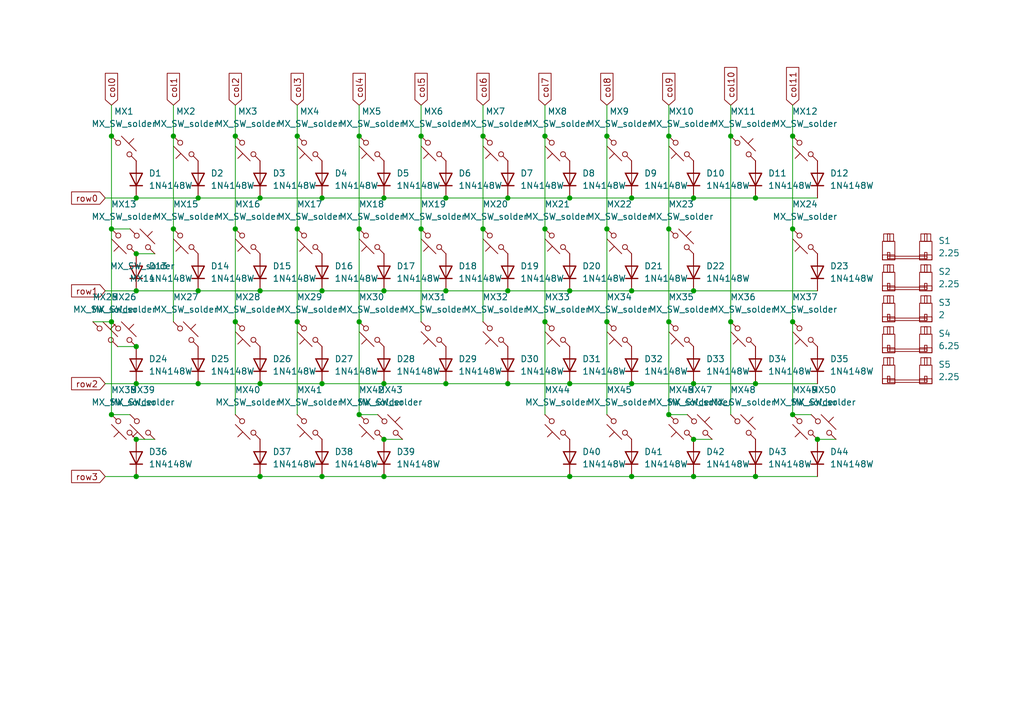
<source format=kicad_sch>
(kicad_sch (version 20250114) (generator "eeschema") (generator_version "9.0")
  (paper "A5")
  (lib_symbols
    (symbol "Diode:1N4148W" (pin_numbers (hide yes)) (pin_names (hide yes))
      (property "Reference" "D" (at 0 2.54 0))
      (property "Value" "1N4148W" (at 0 -2.54 0))
      (symbol "1N4148W_0_1"
        (polyline (pts (xy -1.27 1.27) (xy -1.27 -1.27)) (stroke (width 0.254)))
        (polyline (pts (xy 1.27 1.27) (xy 1.27 -1.27) (xy -1.27 0) (xy 1.27 1.27)) (stroke (width 0.254)))
        (polyline (pts (xy 1.27 0) (xy -1.27 0)))
      )
      (symbol "1N4148W_1_1"
        (pin passive line (at -3.81 0 0) (length 2.54) (name "K") (number "1"))
        (pin passive line (at 3.81 0 180) (length 2.54) (name "A") (number "2"))
      )
    )
    (symbol "PCM_marbastlib-mx:MX_SW_HS" (pin_numbers (hide yes)) (pin_names (offset 1.016) (hide yes))
      (property "Reference" "MX" (at 3.048 1.016 0))
      (property "Value" "MX_SW_HS" (at 0 -3.81 0))
      (symbol "MX_SW_HS_0_1"
        (polyline (pts (xy -2.54 2.54) (xy -1.524 1.524) (xy -1.524 1.524)))
        (circle (center -1.1684 1.1684) (radius 0.508))
        (polyline (pts (xy -0.508 2.54) (xy 2.54 -0.508)))
        (polyline (pts (xy 1.016 1.016) (xy 2.032 2.032)))
        (circle (center 1.143 -1.1938) (radius 0.508))
        (polyline (pts (xy 1.524 -1.524) (xy 2.54 -2.54) (xy 2.54 -2.54) (xy 2.54 -2.54)))
        (pin passive line (at -2.54 2.54 0) (length 0) (name "1") (number "1"))
        (pin passive line (at 2.54 -2.54 180) (length 0) (name "2") (number "2"))
      )
    )
    (symbol "PCM_marbastlib-mx:MX_SW_solder" (pin_numbers (hide yes)) (pin_names (offset 1.016) (hide yes))
      (property "Reference" "MX" (at 3.048 1.016 0))
      (property "Value" "MX_SW_solder" (at 0 -3.81 0))
      (symbol "MX_SW_solder_0_1"
        (polyline (pts (xy -2.54 2.54) (xy -1.524 1.524) (xy -1.524 1.524)))
        (circle (center -1.1684 1.1684) (radius 0.508))
        (polyline (pts (xy -0.508 2.54) (xy 2.54 -0.508)))
        (polyline (pts (xy 1.016 1.016) (xy 2.032 2.032)))
        (circle (center 1.143 -1.1938) (radius 0.508))
        (polyline (pts (xy 1.524 -1.524) (xy 2.54 -2.54) (xy 2.54 -2.54) (xy 2.54 -2.54)))
        (pin passive line (at -2.54 2.54 0) (length 0) (name "1") (number "1"))
        (pin passive line (at 2.54 -2.54 180) (length 0) (name "2") (number "2"))
      )
    )
    (symbol "PCM_marbastlib-mx:MX_stab" (pin_names (offset 1.016))
      (property "Reference" "S" (at -5.08 6.35 0))
      (property "Value" "MX_stab" (at -5.08 3.81 0))
      (symbol "MX_stab_0_1"
        (rectangle (start -5.08 1.27) (end -2.54 -2.54))
        (rectangle (start -5.08 -1.524) (end -2.54 -2.54))
        (rectangle (start -4.826 2.794) (end -2.794 1.27))
        (rectangle (start -4.064 1.27) (end -3.556 2.794))
        (rectangle (start -4.064 -1.778) (end 4.064 -2.286))
        (rectangle (start -4.064 -2.286) (end -3.556 -1.016))
        (rectangle (start 2.54 1.27) (end 5.08 -2.54))
        (rectangle (start 2.54 -1.524) (end 5.08 -2.54))
        (rectangle (start 2.794 2.794) (end 4.826 1.27))
        (rectangle (start 3.556 1.27) (end 4.064 2.794))
        (rectangle (start 4.064 -2.286) (end 3.556 -1.016))
      )
    )
  )
  (junction (at 91.44 78.74))
  (junction (at 149.86 27.94))
  (junction (at 124.46 46.99))
  (junction (at 73.66 46.99))
  (junction (at 99.06 46.99))
  (junction (at 162.56 66.04))
  (junction (at 22.86 46.99))
  (junction (at 48.26 27.94))
  (junction (at 104.14 59.69))
  (junction (at 124.46 27.94))
  (junction (at 27.94 71.12))
  (junction (at 111.76 66.04))
  (junction (at 40.64 59.69))
  (junction (at 116.84 97.79))
  (junction (at 66.04 59.69))
  (junction (at 142.24 78.74))
  (junction (at 78.74 78.74))
  (junction (at 91.44 59.69))
  (junction (at 86.36 27.94))
  (junction (at 116.84 40.64))
  (junction (at 142.24 90.17))
  (junction (at 60.96 27.94))
  (junction (at 73.66 27.94))
  (junction (at 73.66 85.09))
  (junction (at 162.56 46.99))
  (junction (at 104.14 78.74))
  (junction (at 73.66 66.04))
  (junction (at 27.94 97.79))
  (junction (at 162.56 27.94))
  (junction (at 27.94 90.17))
  (junction (at 27.94 40.64))
  (junction (at 111.76 27.94))
  (junction (at 60.96 46.99))
  (junction (at 22.86 27.94))
  (junction (at 142.24 97.79))
  (junction (at 116.84 78.74))
  (junction (at 124.46 66.04))
  (junction (at 99.06 27.94))
  (junction (at 142.24 40.64))
  (junction (at 40.64 40.64))
  (junction (at 48.26 46.99))
  (junction (at 78.74 59.69))
  (junction (at 66.04 97.79))
  (junction (at 137.16 27.94))
  (junction (at 78.74 40.64))
  (junction (at 27.94 59.69))
  (junction (at 53.34 40.64))
  (junction (at 111.76 46.99))
  (junction (at 66.04 40.64))
  (junction (at 116.84 59.69))
  (junction (at 27.94 78.74))
  (junction (at 35.56 27.94))
  (junction (at 53.34 59.69))
  (junction (at 86.36 46.99))
  (junction (at 154.94 40.64))
  (junction (at 35.56 46.99))
  (junction (at 40.64 78.74))
  (junction (at 78.74 97.79))
  (junction (at 142.24 59.69))
  (junction (at 22.86 66.04))
  (junction (at 48.26 66.04))
  (junction (at 22.86 85.09))
  (junction (at 53.34 78.74))
  (junction (at 137.16 85.09))
  (junction (at 129.54 59.69))
  (junction (at 129.54 97.79))
  (junction (at 137.16 46.99))
  (junction (at 27.94 52.07))
  (junction (at 60.96 66.04))
  (junction (at 53.34 97.79))
  (junction (at 129.54 78.74))
  (junction (at 66.04 78.74))
  (junction (at 167.64 90.17))
  (junction (at 154.94 78.74))
  (junction (at 78.74 90.17))
  (junction (at 91.44 40.64))
  (junction (at 162.56 85.09))
  (junction (at 104.14 40.64))
  (junction (at 154.94 97.79))
  (junction (at 137.16 66.04))
  (junction (at 149.86 66.04))
  (junction (at 129.54 40.64))
  (wire (pts (xy 60.96 27.94) (xy 60.96 46.99)))
  (wire (pts (xy 137.16 27.94) (xy 137.16 46.99)))
  (wire (pts (xy 142.24 40.64) (xy 154.94 40.64)))
  (wire (pts (xy 86.36 27.94) (xy 86.36 46.99)))
  (wire (pts (xy 104.14 40.64) (xy 116.84 40.64)))
  (wire (pts (xy 111.76 46.99) (xy 111.76 66.04)))
  (wire (pts (xy 21.59 59.69) (xy 27.94 59.69)))
  (wire (pts (xy 53.34 97.79) (xy 66.04 97.79)))
  (wire (pts (xy 60.96 46.99) (xy 60.96 66.04)))
  (wire (pts (xy 124.46 46.99) (xy 124.46 66.04)))
  (wire (pts (xy 22.86 21.59) (xy 22.86 27.94)))
  (wire (pts (xy 137.16 85.09) (xy 140.97 85.09)))
  (wire (pts (xy 27.94 40.64) (xy 40.64 40.64)))
  (wire (pts (xy 21.59 97.79) (xy 27.94 97.79)))
  (wire (pts (xy 111.76 21.59) (xy 111.76 27.94)))
  (wire (pts (xy 124.46 27.94) (xy 124.46 46.99)))
  (wire (pts (xy 73.66 27.94) (xy 73.66 46.99)))
  (wire (pts (xy 35.56 21.59) (xy 35.56 27.94)))
  (wire (pts (xy 116.84 59.69) (xy 129.54 59.69)))
  (wire (pts (xy 149.86 21.59) (xy 149.86 27.94)))
  (wire (pts (xy 99.06 27.94) (xy 99.06 46.99)))
  (wire (pts (xy 129.54 97.79) (xy 142.24 97.79)))
  (wire (pts (xy 86.36 21.59) (xy 86.36 27.94)))
  (wire (pts (xy 154.94 40.64) (xy 167.64 40.64)))
  (wire (pts (xy 66.04 78.74) (xy 78.74 78.74)))
  (wire (pts (xy 91.44 40.64) (xy 104.14 40.64)))
  (wire (pts (xy 78.74 90.17) (xy 82.55 90.17)))
  (wire (pts (xy 154.94 78.74) (xy 167.64 78.74)))
  (wire (pts (xy 73.66 21.59) (xy 73.66 27.94)))
  (wire (pts (xy 116.84 40.64) (xy 129.54 40.64)))
  (wire (pts (xy 111.76 27.94) (xy 111.76 46.99)))
  (wire (pts (xy 22.86 46.99) (xy 26.67 46.99)))
  (wire (pts (xy 73.66 85.09) (xy 77.47 85.09)))
  (wire (pts (xy 99.06 21.59) (xy 99.06 27.94)))
  (wire (pts (xy 124.46 85.09) (xy 124.46 66.04)))
  (wire (pts (xy 40.64 59.69) (xy 53.34 59.69)))
  (wire (pts (xy 78.74 97.79) (xy 116.84 97.79)))
  (wire (pts (xy 129.54 59.69) (xy 142.24 59.69)))
  (wire (pts (xy 111.76 66.04) (xy 111.76 85.09)))
  (wire (pts (xy 22.86 27.94) (xy 22.86 46.99)))
  (wire (pts (xy 48.26 66.04) (xy 48.26 85.09)))
  (wire (pts (xy 48.26 21.59) (xy 48.26 27.94)))
  (wire (pts (xy 162.56 66.04) (xy 162.56 85.09)))
  (wire (pts (xy 73.66 46.99) (xy 73.66 66.04)))
  (wire (pts (xy 91.44 78.74) (xy 104.14 78.74)))
  (wire (pts (xy 48.26 27.94) (xy 48.26 46.99)))
  (wire (pts (xy 78.74 40.64) (xy 91.44 40.64)))
  (wire (pts (xy 137.16 46.99) (xy 137.16 66.04)))
  (wire (pts (xy 21.59 78.74) (xy 27.94 78.74)))
  (wire (pts (xy 162.56 21.59) (xy 162.56 27.94)))
  (wire (pts (xy 162.56 85.09) (xy 166.37 85.09)))
  (wire (pts (xy 27.94 90.17) (xy 31.75 90.17)))
  (wire (pts (xy 22.86 46.99) (xy 22.86 66.04)))
  (wire (pts (xy 86.36 46.99) (xy 86.36 66.04)))
  (wire (pts (xy 78.74 59.69) (xy 91.44 59.69)))
  (wire (pts (xy 48.26 46.99) (xy 48.26 66.04)))
  (wire (pts (xy 40.64 40.64) (xy 53.34 40.64)))
  (wire (pts (xy 53.34 78.74) (xy 66.04 78.74)))
  (wire (pts (xy 66.04 40.64) (xy 78.74 40.64)))
  (wire (pts (xy 137.16 21.59) (xy 137.16 27.94)))
  (wire (pts (xy 27.94 97.79) (xy 53.34 97.79)))
  (wire (pts (xy 53.34 40.64) (xy 66.04 40.64)))
  (wire (pts (xy 91.44 59.69) (xy 104.14 59.69)))
  (wire (pts (xy 154.94 97.79) (xy 167.64 97.79)))
  (wire (pts (xy 21.59 40.64) (xy 27.94 40.64)))
  (wire (pts (xy 60.96 66.04) (xy 60.96 85.09)))
  (wire (pts (xy 124.46 21.59) (xy 124.46 27.94)))
  (wire (pts (xy 137.16 66.04) (xy 137.16 85.09)))
  (wire (pts (xy 149.86 27.94) (xy 149.86 66.04)))
  (wire (pts (xy 142.24 59.69) (xy 167.64 59.69)))
  (wire (pts (xy 116.84 78.74) (xy 129.54 78.74)))
  (wire (pts (xy 22.86 85.09) (xy 26.67 85.09)))
  (wire (pts (xy 129.54 40.64) (xy 142.24 40.64)))
  (wire (pts (xy 99.06 46.99) (xy 99.06 66.04)))
  (wire (pts (xy 40.64 78.74) (xy 53.34 78.74)))
  (wire (pts (xy 149.86 66.04) (xy 149.86 85.09)))
  (wire (pts (xy 35.56 27.94) (xy 35.56 46.99)))
  (wire (pts (xy 73.66 66.04) (xy 73.66 85.09)))
  (wire (pts (xy 78.74 78.74) (xy 91.44 78.74)))
  (wire (pts (xy 24.13 71.12) (xy 27.94 71.12)))
  (wire (pts (xy 66.04 59.69) (xy 78.74 59.69)))
  (wire (pts (xy 142.24 78.74) (xy 154.94 78.74)))
  (wire (pts (xy 116.84 97.79) (xy 129.54 97.79)))
  (wire (pts (xy 27.94 78.74) (xy 40.64 78.74)))
  (wire (pts (xy 19.05 66.04) (xy 22.86 66.04)))
  (wire (pts (xy 129.54 78.74) (xy 142.24 78.74)))
  (wire (pts (xy 104.14 78.74) (xy 116.84 78.74)))
  (wire (pts (xy 167.64 90.17) (xy 171.45 90.17)))
  (wire (pts (xy 60.96 21.59) (xy 60.96 27.94)))
  (wire (pts (xy 53.34 59.69) (xy 66.04 59.69)))
  (wire (pts (xy 162.56 27.94) (xy 162.56 46.99)))
  (wire (pts (xy 27.94 52.07) (xy 31.75 52.07)))
  (wire (pts (xy 162.56 46.99) (xy 162.56 66.04)))
  (wire (pts (xy 22.86 66.04) (xy 22.86 85.09)))
  (wire (pts (xy 142.24 97.79) (xy 154.94 97.79)))
  (wire (pts (xy 104.14 59.69) (xy 116.84 59.69)))
  (wire (pts (xy 27.94 59.69) (xy 40.64 59.69)))
  (wire (pts (xy 66.04 97.79) (xy 78.74 97.79)))
  (wire (pts (xy 35.56 46.99) (xy 35.56 66.04)))
  (wire (pts (xy 142.24 90.17) (xy 146.05 90.17)))
  (global_label "col0" (shape input) (at 22.86 21.59 90) (property "Intersheetrefs" "${INTERSHEET_REFS}" (effects (hide yes))))
  (global_label "row2" (shape input) (at 21.59 78.74 180) (property "Intersheetrefs" "${INTERSHEET_REFS}" (effects (hide yes))))
  (global_label "col11" (shape input) (at 162.56 21.59 90) (property "Intersheetrefs" "${INTERSHEET_REFS}" (effects (hide yes))))
  (global_label "col10" (shape input) (at 149.86 21.59 90) (property "Intersheetrefs" "${INTERSHEET_REFS}" (effects (hide yes))))
  (global_label "col8" (shape input) (at 124.46 21.59 90) (property "Intersheetrefs" "${INTERSHEET_REFS}" (effects (hide yes))))
  (global_label "row0" (shape input) (at 21.59 40.64 180) (property "Intersheetrefs" "${INTERSHEET_REFS}" (effects (hide yes))))
  (global_label "row3" (shape input) (at 21.59 97.79 180) (property "Intersheetrefs" "${INTERSHEET_REFS}" (effects (hide yes))))
  (global_label "col4" (shape input) (at 73.66 21.59 90) (property "Intersheetrefs" "${INTERSHEET_REFS}" (effects (hide yes))))
  (global_label "col9" (shape input) (at 137.16 21.59 90) (property "Intersheetrefs" "${INTERSHEET_REFS}" (effects (hide yes))))
  (global_label "col3" (shape input) (at 60.96 21.59 90) (property "Intersheetrefs" "${INTERSHEET_REFS}" (effects (hide yes))))
  (global_label "col5" (shape input) (at 86.36 21.59 90) (property "Intersheetrefs" "${INTERSHEET_REFS}" (effects (hide yes))))
  (global_label "col1" (shape input) (at 35.56 21.59 90) (property "Intersheetrefs" "${INTERSHEET_REFS}" (effects (hide yes))))
  (global_label "col6" (shape input) (at 99.06 21.59 90) (property "Intersheetrefs" "${INTERSHEET_REFS}" (effects (hide yes))))
  (global_label "row1" (shape input) (at 21.59 59.69 180) (property "Intersheetrefs" "${INTERSHEET_REFS}" (effects (hide yes))))
  (global_label "col7" (shape input) (at 111.76 21.59 90) (property "Intersheetrefs" "${INTERSHEET_REFS}" (effects (hide yes))))
  (global_label "col2" (shape input) (at 48.26 21.59 90) (property "Intersheetrefs" "${INTERSHEET_REFS}" (effects (hide yes))))
  (symbol (lib_id "Diode:1N4148W") (at 154.94 74.93 90) (unit 1)
    (property "Reference" "D34" (at 157.48 73.6599 90) (effects (justify right)))
    (property "Value" "1N4148W" (at 157.48 76.1999 90) (effects (justify right)))
    (property "Footprint" "Diode_SMD:D_SOD-123" (effects (hide yes)))
    (property "Datasheet" "https://www.vishay.com/docs/85748/1n4148w.pdf" (effects (hide yes)))
    (property "Sim.Device" "D" (effects (hide yes)))
    (property "Sim.Pins" "1=K 2=A" (effects (hide yes)))
  )
  (symbol (lib_id "Diode:1N4148W") (at 104.14 74.93 90) (unit 1)
    (property "Reference" "D30" (at 106.68 73.6599 90) (effects (justify right)))
    (property "Value" "1N4148W" (at 106.68 76.1999 90) (effects (justify right)))
    (property "Footprint" "Diode_SMD:D_SOD-123" (effects (hide yes)))
    (property "Datasheet" "https://www.vishay.com/docs/85748/1n4148w.pdf" (effects (hide yes)))
    (property "Sim.Device" "D" (effects (hide yes)))
    (property "Sim.Pins" "1=K 2=A" (effects (hide yes)))
  )
  (symbol (lib_id "Diode:1N4148W") (at 27.94 55.88 90) (unit 1)
    (property "Reference" "D13" (at 30.48 54.6099 90) (effects (justify right)))
    (property "Value" "1N4148W" (at 30.48 57.1499 90) (effects (justify right)))
    (property "Footprint" "Diode_SMD:D_SOD-123" (effects (hide yes)))
    (property "Datasheet" "https://www.vishay.com/docs/85748/1n4148w.pdf" (effects (hide yes)))
    (property "Sim.Device" "D" (effects (hide yes)))
    (property "Sim.Pins" "1=K 2=A" (effects (hide yes)))
  )
  (symbol (lib_id "Diode:1N4148W") (at 167.64 55.88 90) (unit 1)
    (property "Reference" "D23" (at 170.18 54.6099 90) (effects (justify right)))
    (property "Value" "1N4148W" (at 170.18 57.1499 90) (effects (justify right)))
    (property "Footprint" "Diode_SMD:D_SOD-123" (effects (hide yes)))
    (property "Datasheet" "https://www.vishay.com/docs/85748/1n4148w.pdf" (effects (hide yes)))
    (property "Sim.Device" "D" (effects (hide yes)))
    (property "Sim.Pins" "1=K 2=A" (effects (hide yes)))
  )
  (symbol (lib_id "PCM_marbastlib-mx:MX_SW_HS") (at 38.1 30.48 180) (unit 1)
    (property "Reference" "MX2" (at 38.1 22.86 0))
    (property "Value" "MX_SW_solder" (at 38.1 25.4 0))
    (property "Footprint" "PCM_marbastlib-mx:SW_MX_HS_CPG151101S11_1u" (effects (hide yes)))
  )
  (symbol (lib_id "PCM_marbastlib-mx:MX_SW_HS") (at 101.6 49.53 180) (unit 1)
    (property "Reference" "MX20" (at 101.6 41.91 0))
    (property "Value" "MX_SW_solder" (at 101.6 44.45 0))
    (property "Footprint" "PCM_marbastlib-mx:SW_MX_HS_CPG151101S11_1u" (effects (hide yes)))
  )
  (symbol (lib_id "Diode:1N4148W") (at 40.64 55.88 90) (unit 1)
    (property "Reference" "D14" (at 43.18 54.6099 90) (effects (justify right)))
    (property "Value" "1N4148W" (at 43.18 57.1499 90) (effects (justify right)))
    (property "Footprint" "Diode_SMD:D_SOD-123" (effects (hide yes)))
    (property "Datasheet" "https://www.vishay.com/docs/85748/1n4148w.pdf" (effects (hide yes)))
    (property "Sim.Device" "D" (effects (hide yes)))
    (property "Sim.Pins" "1=K 2=A" (effects (hide yes)))
  )
  (symbol (lib_id "Diode:1N4148W") (at 66.04 93.98 90) (unit 1)
    (property "Reference" "D38" (at 68.58 92.7099 90) (effects (justify right)))
    (property "Value" "1N4148W" (at 68.58 95.2499 90) (effects (justify right)))
    (property "Footprint" "Diode_SMD:D_SOD-123" (effects (hide yes)))
    (property "Datasheet" "https://www.vishay.com/docs/85748/1n4148w.pdf" (effects (hide yes)))
    (property "Sim.Device" "D" (effects (hide yes)))
    (property "Sim.Pins" "1=K 2=A" (effects (hide yes)))
  )
  (symbol (lib_id "PCM_marbastlib-mx:MX_SW_HS") (at 63.5 68.58 180) (unit 1)
    (property "Reference" "MX29" (at 63.5 60.96 0))
    (property "Value" "MX_SW_solder" (at 63.5 63.5 0))
    (property "Footprint" "PCM_marbastlib-mx:SW_MX_HS_CPG151101S11_1u" (effects (hide yes)))
  )
  (symbol (lib_id "Diode:1N4148W") (at 40.64 74.93 90) (unit 1)
    (property "Reference" "D25" (at 43.18 73.6599 90) (effects (justify right)))
    (property "Value" "1N4148W" (at 43.18 76.1999 90) (effects (justify right)))
    (property "Footprint" "Diode_SMD:D_SOD-123" (effects (hide yes)))
    (property "Datasheet" "https://www.vishay.com/docs/85748/1n4148w.pdf" (effects (hide yes)))
    (property "Sim.Device" "D" (effects (hide yes)))
    (property "Sim.Pins" "1=K 2=A" (effects (hide yes)))
  )
  (symbol (lib_id "Diode:1N4148W") (at 142.24 74.93 90) (unit 1)
    (property "Reference" "D33" (at 144.78 73.6599 90) (effects (justify right)))
    (property "Value" "1N4148W" (at 144.78 76.1999 90) (effects (justify right)))
    (property "Footprint" "Diode_SMD:D_SOD-123" (effects (hide yes)))
    (property "Datasheet" "https://www.vishay.com/docs/85748/1n4148w.pdf" (effects (hide yes)))
    (property "Sim.Device" "D" (effects (hide yes)))
    (property "Sim.Pins" "1=K 2=A" (effects (hide yes)))
  )
  (symbol (lib_id "PCM_marbastlib-mx:MX_SW_HS") (at 127 49.53 180) (unit 1)
    (property "Reference" "MX22" (at 127 41.91 0))
    (property "Value" "MX_SW_solder" (at 127 44.45 0))
    (property "Footprint" "PCM_marbastlib-mx:SW_MX_HS_CPG151101S11_1u" (effects (hide yes)))
  )
  (symbol (lib_id "PCM_marbastlib-mx:MX_SW_solder") (at 63.5 87.63 180) (unit 1)
    (property "Reference" "MX41" (at 63.5 80.01 0))
    (property "Value" "MX_SW_solder" (at 63.5 82.55 0))
    (property "Footprint" "PCM_marbastlib-mx:SW_MX_HS_CPG151101S11_1.25u" (effects (hide yes)))
    (property "Description" "Push button switch, normally open, two pins, 45° tilted" (effects (hide yes)))
  )
  (symbol (lib_id "PCM_marbastlib-mx:MX_SW_HS") (at 152.4 68.58 180) (unit 1)
    (property "Reference" "MX36" (at 152.4 60.96 0))
    (property "Value" "MX_SW_solder" (at 152.4 63.5 0))
    (property "Footprint" "PCM_marbastlib-mx:SW_MX_HS_CPG151101S11_1.75u" (effects (hide yes)))
  )
  (symbol (lib_id "PCM_marbastlib-mx:MX_SW_HS") (at 21.59 68.58 0) (unit 1)
    (property "Reference" "MX25" (at 21.59 60.96 0))
    (property "Value" "MX_SW_solder" (at 21.59 63.5 0))
    (property "Footprint" "PCM_marbastlib-mx:SW_MX_HS_CPG151101S11_1u" (effects (hide yes)))
  )
  (symbol (lib_id "Diode:1N4148W") (at 91.44 36.83 90) (unit 1)
    (property "Reference" "D6" (at 93.98 35.56 90) (effects (justify right)))
    (property "Value" "1N4148W" (at 93.98 38.1 90) (effects (justify right)))
    (property "Footprint" "Diode_SMD:D_SOD-123" (effects (hide yes)))
    (property "Datasheet" "https://www.vishay.com/docs/85748/1n4148w.pdf" (effects (hide yes)))
    (property "Sim.Device" "D" (effects (hide yes)))
    (property "Sim.Pins" "1=K 2=A" (effects (hide yes)))
  )
  (symbol (lib_id "Diode:1N4148W") (at 27.94 74.93 90) (unit 1)
    (property "Reference" "D24" (at 30.48 73.6599 90) (effects (justify right)))
    (property "Value" "1N4148W" (at 30.48 76.1999 90) (effects (justify right)))
    (property "Footprint" "Diode_SMD:D_SOD-123" (effects (hide yes)))
    (property "Datasheet" "https://www.vishay.com/docs/85748/1n4148w.pdf" (effects (hide yes)))
    (property "Sim.Device" "D" (effects (hide yes)))
    (property "Sim.Pins" "1=K 2=A" (effects (hide yes)))
  )
  (symbol (lib_id "PCM_marbastlib-mx:MX_SW_HS") (at 114.3 49.53 180) (unit 1)
    (property "Reference" "MX21" (at 114.3 41.91 0))
    (property "Value" "MX_SW_solder" (at 114.3 44.45 0))
    (property "Footprint" "PCM_marbastlib-mx:SW_MX_HS_CPG151101S11_1u" (effects (hide yes)))
  )
  (symbol (lib_id "Diode:1N4148W") (at 53.34 36.83 90) (unit 1)
    (property "Reference" "D3" (at 55.88 35.56 90) (effects (justify right)))
    (property "Value" "1N4148W" (at 55.88 38.1 90) (effects (justify right)))
    (property "Footprint" "Diode_SMD:D_SOD-123" (effects (hide yes)))
    (property "Datasheet" "https://www.vishay.com/docs/85748/1n4148w.pdf" (effects (hide yes)))
    (property "Sim.Device" "D" (effects (hide yes)))
    (property "Sim.Pins" "1=K 2=A" (effects (hide yes)))
  )
  (symbol (lib_id "PCM_marbastlib-mx:MX_SW_HS") (at 50.8 68.58 180) (unit 1)
    (property "Reference" "MX28" (at 50.8 60.96 0))
    (property "Value" "MX_SW_solder" (at 50.8 63.5 0))
    (property "Footprint" "PCM_marbastlib-mx:SW_MX_HS_CPG151101S11_1u" (effects (hide yes)))
  )
  (symbol (lib_id "Diode:1N4148W") (at 53.34 74.93 90) (unit 1)
    (property "Reference" "D26" (at 55.88 73.6599 90) (effects (justify right)))
    (property "Value" "1N4148W" (at 55.88 76.1999 90) (effects (justify right)))
    (property "Footprint" "Diode_SMD:D_SOD-123" (effects (hide yes)))
    (property "Datasheet" "https://www.vishay.com/docs/85748/1n4148w.pdf" (effects (hide yes)))
    (property "Sim.Device" "D" (effects (hide yes)))
    (property "Sim.Pins" "1=K 2=A" (effects (hide yes)))
  )
  (symbol (lib_id "PCM_marbastlib-mx:MX_stab") (at 186.055 57.15 0) (unit 1)
    (property "Reference" "S2" (at 192.405 55.7529 0) (effects (justify left)))
    (property "Value" "2.25" (at 192.405 58.2929 0) (effects (justify left)))
    (property "Footprint" "PCM_marbastlib-mx:STAB_MX_2.25u" (effects (hide yes)))
  )
  (symbol (lib_id "Diode:1N4148W") (at 53.34 93.98 90) (unit 1)
    (property "Reference" "D37" (at 55.88 92.7099 90) (effects (justify right)))
    (property "Value" "1N4148W" (at 55.88 95.2499 90) (effects (justify right)))
    (property "Footprint" "Diode_SMD:D_SOD-123" (effects (hide yes)))
    (property "Datasheet" "https://www.vishay.com/docs/85748/1n4148w.pdf" (effects (hide yes)))
    (property "Sim.Device" "D" (effects (hide yes)))
    (property "Sim.Pins" "1=K 2=A" (effects (hide yes)))
  )
  (symbol (lib_id "PCM_marbastlib-mx:MX_stab") (at 186.055 50.8 0) (unit 1)
    (property "Reference" "S1" (at 192.405 49.4029 0) (effects (justify left)))
    (property "Value" "2.25" (at 192.405 51.9429 0) (effects (justify left)))
    (property "Footprint" "PCM_marbastlib-mx:STAB_MX_2.25u" (effects (hide yes)))
  )
  (symbol (lib_id "Diode:1N4148W") (at 154.94 36.83 90) (unit 1)
    (property "Reference" "D11" (at 157.48 35.56 90) (effects (justify right)))
    (property "Value" "1N4148W" (at 157.48 38.1 90) (effects (justify right)))
    (property "Footprint" "Diode_SMD:D_SOD-123" (effects (hide yes)))
    (property "Datasheet" "https://www.vishay.com/docs/85748/1n4148w.pdf" (effects (hide yes)))
    (property "Sim.Device" "D" (effects (hide yes)))
    (property "Sim.Pins" "1=K 2=A" (effects (hide yes)))
  )
  (symbol (lib_id "PCM_marbastlib-mx:MX_SW_HS") (at 88.9 30.48 180) (unit 1)
    (property "Reference" "MX6" (at 88.9 22.86 0))
    (property "Value" "MX_SW_solder" (at 88.9 25.4 0))
    (property "Footprint" "PCM_marbastlib-mx:SW_MX_HS_CPG151101S11_1u" (effects (hide yes)))
  )
  (symbol (lib_id "Diode:1N4148W") (at 91.44 55.88 90) (unit 1)
    (property "Reference" "D18" (at 93.98 54.6099 90) (effects (justify right)))
    (property "Value" "1N4148W" (at 93.98 57.1499 90) (effects (justify right)))
    (property "Footprint" "Diode_SMD:D_SOD-123" (effects (hide yes)))
    (property "Datasheet" "https://www.vishay.com/docs/85748/1n4148w.pdf" (effects (hide yes)))
    (property "Sim.Device" "D" (effects (hide yes)))
    (property "Sim.Pins" "1=K 2=A" (effects (hide yes)))
  )
  (symbol (lib_id "PCM_marbastlib-mx:MX_SW_solder") (at 143.51 87.63 0) (unit 1)
    (property "Reference" "MX47" (at 143.51 80.01 0))
    (property "Value" "MX_SW_solder" (at 143.51 82.55 0))
    (property "Footprint" "PCM_marbastlib-mx:SW_MX_HS_CPG151101S11_1u" (effects (hide yes)))
    (property "Description" "Push button switch, normally open, two pins, 45° tilted" (effects (hide yes)))
  )
  (symbol (lib_id "Diode:1N4148W") (at 142.24 55.88 90) (unit 1)
    (property "Reference" "D22" (at 144.78 54.6099 90) (effects (justify right)))
    (property "Value" "1N4148W" (at 144.78 57.1499 90) (effects (justify right)))
    (property "Footprint" "Diode_SMD:D_SOD-123" (effects (hide yes)))
    (property "Datasheet" "https://www.vishay.com/docs/85748/1n4148w.pdf" (effects (hide yes)))
    (property "Sim.Device" "D" (effects (hide yes)))
    (property "Sim.Pins" "1=K 2=A" (effects (hide yes)))
  )
  (symbol (lib_id "Diode:1N4148W") (at 116.84 93.98 90) (unit 1)
    (property "Reference" "D40" (at 119.38 92.7099 90) (effects (justify right)))
    (property "Value" "1N4148W" (at 119.38 95.2499 90) (effects (justify right)))
    (property "Footprint" "Diode_SMD:D_SOD-123" (effects (hide yes)))
    (property "Datasheet" "https://www.vishay.com/docs/85748/1n4148w.pdf" (effects (hide yes)))
    (property "Sim.Device" "D" (effects (hide yes)))
    (property "Sim.Pins" "1=K 2=A" (effects (hide yes)))
  )
  (symbol (lib_id "Diode:1N4148W") (at 104.14 36.83 90) (unit 1)
    (property "Reference" "D7" (at 106.68 35.56 90) (effects (justify right)))
    (property "Value" "1N4148W" (at 106.68 38.1 90) (effects (justify right)))
    (property "Footprint" "Diode_SMD:D_SOD-123" (effects (hide yes)))
    (property "Datasheet" "https://www.vishay.com/docs/85748/1n4148w.pdf" (effects (hide yes)))
    (property "Sim.Device" "D" (effects (hide yes)))
    (property "Sim.Pins" "1=K 2=A" (effects (hide yes)))
  )
  (symbol (lib_id "PCM_marbastlib-mx:MX_SW_HS") (at 25.4 30.48 0) (unit 1)
    (property "Reference" "MX1" (at 25.4 22.86 0))
    (property "Value" "MX_SW_solder" (at 25.4 25.4 0))
    (property "Footprint" "PCM_marbastlib-mx:SW_MX_HS_CPG151101S11_1.5u" (effects (hide yes)))
  )
  (symbol (lib_id "PCM_marbastlib-mx:MX_stab") (at 186.055 63.5 0) (unit 1)
    (property "Reference" "S3" (at 192.405 62.1029 0) (effects (justify left)))
    (property "Value" "2" (at 192.405 64.6429 0) (effects (justify left)))
    (property "Footprint" "PCM_marbastlib-mx:STAB_MX_2u" (effects (hide yes)))
  )
  (symbol (lib_id "PCM_marbastlib-mx:MX_SW_HS") (at 139.7 30.48 180) (unit 1)
    (property "Reference" "MX10" (at 139.7 22.86 0))
    (property "Value" "MX_SW_solder" (at 139.7 25.4 0))
    (property "Footprint" "PCM_marbastlib-mx:SW_MX_HS_CPG151101S11_1u" (effects (hide yes)))
  )
  (symbol (lib_id "PCM_marbastlib-mx:MX_SW_solder") (at 127 87.63 180) (unit 1)
    (property "Reference" "MX45" (at 127 80.01 0))
    (property "Value" "MX_SW_solder" (at 127 82.55 0))
    (property "Footprint" "PCM_marbastlib-mx:SW_MX_HS_CPG151101S11_1u" (effects (hide yes)))
    (property "Description" "Push button switch, normally open, two pins, 45° tilted" (effects (hide yes)))
  )
  (symbol (lib_id "Diode:1N4148W") (at 142.24 36.83 90) (unit 1)
    (property "Reference" "D10" (at 144.78 35.56 90) (effects (justify right)))
    (property "Value" "1N4148W" (at 144.78 38.1 90) (effects (justify right)))
    (property "Footprint" "Diode_SMD:D_SOD-123" (effects (hide yes)))
    (property "Datasheet" "https://www.vishay.com/docs/85748/1n4148w.pdf" (effects (hide yes)))
    (property "Sim.Device" "D" (effects (hide yes)))
    (property "Sim.Pins" "1=K 2=A" (effects (hide yes)))
  )
  (symbol (lib_id "Diode:1N4148W") (at 142.24 93.98 90) (unit 1)
    (property "Reference" "D42" (at 144.78 92.7099 90) (effects (justify right)))
    (property "Value" "1N4148W" (at 144.78 95.2499 90) (effects (justify right)))
    (property "Footprint" "Diode_SMD:D_SOD-123" (effects (hide yes)))
    (property "Datasheet" "https://www.vishay.com/docs/85748/1n4148w.pdf" (effects (hide yes)))
    (property "Sim.Device" "D" (effects (hide yes)))
    (property "Sim.Pins" "1=K 2=A" (effects (hide yes)))
  )
  (symbol (lib_id "Diode:1N4148W") (at 129.54 93.98 90) (unit 1)
    (property "Reference" "D41" (at 132.08 92.7099 90) (effects (justify right)))
    (property "Value" "1N4148W" (at 132.08 95.2499 90) (effects (justify right)))
    (property "Footprint" "Diode_SMD:D_SOD-123" (effects (hide yes)))
    (property "Datasheet" "https://www.vishay.com/docs/85748/1n4148w.pdf" (effects (hide yes)))
    (property "Sim.Device" "D" (effects (hide yes)))
    (property "Sim.Pins" "1=K 2=A" (effects (hide yes)))
  )
  (symbol (lib_id "PCM_marbastlib-mx:MX_SW_HS") (at 25.4 49.53 180) (unit 1)
    (property "Reference" "MX13" (at 25.4 41.91 0))
    (property "Value" "MX_SW_solder" (at 25.4 44.45 0))
    (property "Footprint" "PCM_marbastlib-mx:SW_MX_HS_CPG151101S11_1.75u" (effects (hide yes)))
  )
  (symbol (lib_id "Diode:1N4148W") (at 116.84 55.88 90) (unit 1)
    (property "Reference" "D20" (at 119.38 54.6099 90) (effects (justify right)))
    (property "Value" "1N4148W" (at 119.38 57.1499 90) (effects (justify right)))
    (property "Footprint" "Diode_SMD:D_SOD-123" (effects (hide yes)))
    (property "Datasheet" "https://www.vishay.com/docs/85748/1n4148w.pdf" (effects (hide yes)))
    (property "Sim.Device" "D" (effects (hide yes)))
    (property "Sim.Pins" "1=K 2=A" (effects (hide yes)))
  )
  (symbol (lib_id "PCM_marbastlib-mx:MX_SW_HS") (at 29.21 49.53 0) (unit 1)
    (property "Reference" "MX14" (at 29.21 57.15 0))
    (property "Value" "MX_SW_solder" (at 29.21 54.61 0))
    (property "Footprint" "PCM_marbastlib-mx:SW_MX_HS_CPG151101S11_1.75u_STP_1.25" (effects (hide yes)))
  )
  (symbol (lib_id "PCM_marbastlib-mx:MX_SW_solder") (at 165.1 87.63 180) (unit 1)
    (property "Reference" "MX49" (at 165.1 80.01 0))
    (property "Value" "MX_SW_solder" (at 165.1 82.55 0))
    (property "Footprint" "PCM_marbastlib-mx:SW_MX_HS_CPG151101S11_1.25u" (effects (hide yes)))
  )
  (symbol (lib_id "PCM_marbastlib-mx:MX_SW_HS") (at 152.4 30.48 0) (unit 1)
    (property "Reference" "MX11" (at 152.4 22.86 0))
    (property "Value" "MX_SW_solder" (at 152.4 25.4 0))
    (property "Footprint" "PCM_marbastlib-mx:SW_MX_HS_CPG151101S11_1u" (effects (hide yes)))
  )
  (symbol (lib_id "PCM_marbastlib-mx:MX_SW_solder") (at 168.91 87.63 0) (unit 1)
    (property "Reference" "MX50" (at 168.91 80.01 0))
    (property "Value" "MX_SW_solder" (at 168.91 82.55 0))
    (property "Footprint" "PCM_marbastlib-mx:SW_MX_HS_CPG151101S11_1.25u" (effects (hide yes)))
  )
  (symbol (lib_id "PCM_marbastlib-mx:MX_SW_solder") (at 50.8 87.63 180) (unit 1)
    (property "Reference" "MX40" (at 50.8 80.01 0))
    (property "Value" "MX_SW_solder" (at 50.8 82.55 0))
    (property "Footprint" "PCM_marbastlib-mx:SW_MX_HS_CPG151101S11_1u" (effects (hide yes)))
    (property "Description" "Push button switch, normally open, two pins, 45° tilted" (effects (hide yes)))
  )
  (symbol (lib_id "PCM_marbastlib-mx:MX_stab") (at 186.055 76.2 0) (unit 1)
    (property "Reference" "S5" (at 192.405 74.8029 0) (effects (justify left)))
    (property "Value" "2.25" (at 192.405 77.3429 0) (effects (justify left)))
    (property "Footprint" "PCM_marbastlib-mx:STAB_MX_2.25u" (effects (hide yes)))
  )
  (symbol (lib_id "Diode:1N4148W") (at 129.54 36.83 90) (unit 1)
    (property "Reference" "D9" (at 132.08 35.56 90) (effects (justify right)))
    (property "Value" "1N4148W" (at 132.08 38.1 90) (effects (justify right)))
    (property "Footprint" "Diode_SMD:D_SOD-123" (effects (hide yes)))
    (property "Datasheet" "https://www.vishay.com/docs/85748/1n4148w.pdf" (effects (hide yes)))
    (property "Sim.Device" "D" (effects (hide yes)))
    (property "Sim.Pins" "1=K 2=A" (effects (hide yes)))
  )
  (symbol (lib_id "PCM_marbastlib-mx:MX_SW_HS") (at 101.6 68.58 180) (unit 1)
    (property "Reference" "MX32" (at 101.6 60.96 0))
    (property "Value" "MX_SW_solder" (at 101.6 63.5 0))
    (property "Footprint" "PCM_marbastlib-mx:SW_MX_HS_CPG151101S11_1u" (effects (hide yes)))
  )
  (symbol (lib_id "PCM_marbastlib-mx:MX_SW_HS") (at 63.5 30.48 180) (unit 1)
    (property "Reference" "MX4" (at 63.5 22.86 0))
    (property "Value" "MX_SW_solder" (at 63.5 25.4 0))
    (property "Footprint" "PCM_marbastlib-mx:SW_MX_HS_CPG151101S11_1u" (effects (hide yes)))
  )
  (symbol (lib_id "Diode:1N4148W") (at 66.04 74.93 90) (unit 1)
    (property "Reference" "D27" (at 68.58 73.6599 90) (effects (justify right)))
    (property "Value" "1N4148W" (at 68.58 76.1999 90) (effects (justify right)))
    (property "Footprint" "Diode_SMD:D_SOD-123" (effects (hide yes)))
    (property "Datasheet" "https://www.vishay.com/docs/85748/1n4148w.pdf" (effects (hide yes)))
    (property "Sim.Device" "D" (effects (hide yes)))
    (property "Sim.Pins" "1=K 2=A" (effects (hide yes)))
  )
  (symbol (lib_id "PCM_marbastlib-mx:MX_SW_HS") (at 50.8 30.48 180) (unit 1)
    (property "Reference" "MX3" (at 50.8 22.86 0))
    (property "Value" "MX_SW_solder" (at 50.8 25.4 0))
    (property "Footprint" "PCM_marbastlib-mx:SW_MX_HS_CPG151101S11_1u" (effects (hide yes)))
  )
  (symbol (lib_id "Diode:1N4148W") (at 154.94 93.98 90) (unit 1)
    (property "Reference" "D43" (at 157.48 92.7099 90) (effects (justify right)))
    (property "Value" "1N4148W" (at 157.48 95.2499 90) (effects (justify right)))
    (property "Footprint" "Diode_SMD:D_SOD-123" (effects (hide yes)))
    (property "Datasheet" "https://www.vishay.com/docs/85748/1n4148w.pdf" (effects (hide yes)))
    (property "Sim.Device" "D" (effects (hide yes)))
    (property "Sim.Pins" "1=K 2=A" (effects (hide yes)))
  )
  (symbol (lib_id "Diode:1N4148W") (at 129.54 74.93 90) (unit 1)
    (property "Reference" "D32" (at 132.08 73.6599 90) (effects (justify right)))
    (property "Value" "1N4148W" (at 132.08 76.1999 90) (effects (justify right)))
    (property "Footprint" "Diode_SMD:D_SOD-123" (effects (hide yes)))
    (property "Datasheet" "https://www.vishay.com/docs/85748/1n4148w.pdf" (effects (hide yes)))
    (property "Sim.Device" "D" (effects (hide yes)))
    (property "Sim.Pins" "1=K 2=A" (effects (hide yes)))
  )
  (symbol (lib_id "PCM_marbastlib-mx:MX_SW_solder") (at 80.01 87.63 0) (unit 1)
    (property "Reference" "MX43" (at 80.01 80.01 0))
    (property "Value" "MX_SW_solder" (at 80.01 82.55 0))
    (property "Footprint" "PCM_marbastlib-mx:SW_MX_HS_CPG151101S11_1u" (effects (hide yes)))
    (property "Description" "Push button switch, normally open, two pins, 45° tilted" (effects (hide yes)))
  )
  (symbol (lib_id "Diode:1N4148W") (at 104.14 55.88 90) (unit 1)
    (property "Reference" "D19" (at 106.68 54.6099 90) (effects (justify right)))
    (property "Value" "1N4148W" (at 106.68 57.1499 90) (effects (justify right)))
    (property "Footprint" "Diode_SMD:D_SOD-123" (effects (hide yes)))
    (property "Datasheet" "https://www.vishay.com/docs/85748/1n4148w.pdf" (effects (hide yes)))
    (property "Sim.Device" "D" (effects (hide yes)))
    (property "Sim.Pins" "1=K 2=A" (effects (hide yes)))
  )
  (symbol (lib_id "PCM_marbastlib-mx:MX_SW_solder") (at 38.1 68.58 0) (unit 1)
    (property "Reference" "MX27" (at 38.1 60.96 0))
    (property "Value" "MX_SW_solder" (at 38.1 63.5 0))
    (property "Footprint" "PCM_marbastlib-mx:SW_MX_HS_CPG151101S11_1.25u" (effects (hide yes)))
    (property "Description" "Push button switch, normally open, two pins, 45° tilted" (effects (hide yes)))
  )
  (symbol (lib_id "PCM_marbastlib-mx:MX_SW_HS") (at 38.1 49.53 180) (unit 1)
    (property "Reference" "MX15" (at 38.1 41.91 0))
    (property "Value" "MX_SW_solder" (at 38.1 44.45 0))
    (property "Footprint" "PCM_marbastlib-mx:SW_MX_HS_CPG151101S11_1u" (effects (hide yes)))
  )
  (symbol (lib_id "PCM_marbastlib-mx:MX_SW_HS") (at 63.5 49.53 180) (unit 1)
    (property "Reference" "MX17" (at 63.5 41.91 0))
    (property "Value" "MX_SW_solder" (at 63.5 44.45 0))
    (property "Footprint" "PCM_marbastlib-mx:SW_MX_HS_CPG151101S11_1u" (effects (hide yes)))
  )
  (symbol (lib_id "Diode:1N4148W") (at 66.04 55.88 90) (unit 1)
    (property "Reference" "D16" (at 68.58 54.6099 90) (effects (justify right)))
    (property "Value" "1N4148W" (at 68.58 57.1499 90) (effects (justify right)))
    (property "Footprint" "Diode_SMD:D_SOD-123" (effects (hide yes)))
    (property "Datasheet" "https://www.vishay.com/docs/85748/1n4148w.pdf" (effects (hide yes)))
    (property "Sim.Device" "D" (effects (hide yes)))
    (property "Sim.Pins" "1=K 2=A" (effects (hide yes)))
  )
  (symbol (lib_id "PCM_marbastlib-mx:MX_SW_solder") (at 114.3 87.63 180) (unit 1)
    (property "Reference" "MX44" (at 114.3 80.01 0))
    (property "Value" "MX_SW_solder" (at 114.3 82.55 0))
    (property "Footprint" "PCM_marbastlib-mx:SW_MX_HS_CPG151101S11_1u" (effects (hide yes)))
    (property "Description" "Push button switch, normally open, two pins, 45° tilted" (effects (hide yes)))
  )
  (symbol (lib_id "Diode:1N4148W") (at 53.34 55.88 90) (unit 1)
    (property "Reference" "D15" (at 55.88 54.6099 90) (effects (justify right)))
    (property "Value" "1N4148W" (at 55.88 57.1499 90) (effects (justify right)))
    (property "Footprint" "Diode_SMD:D_SOD-123" (effects (hide yes)))
    (property "Datasheet" "https://www.vishay.com/docs/85748/1n4148w.pdf" (effects (hide yes)))
    (property "Sim.Device" "D" (effects (hide yes)))
    (property "Sim.Pins" "1=K 2=A" (effects (hide yes)))
  )
  (symbol (lib_id "Diode:1N4148W") (at 27.94 36.83 90) (unit 1)
    (property "Reference" "D1" (at 30.48 35.56 90) (effects (justify right)))
    (property "Value" "1N4148W" (at 30.48 38.1 90) (effects (justify right)))
    (property "Footprint" "Diode_SMD:D_SOD-123" (effects (hide yes)))
    (property "Datasheet" "https://www.vishay.com/docs/85748/1n4148w.pdf" (effects (hide yes)))
    (property "Sim.Device" "D" (effects (hide yes)))
    (property "Sim.Pins" "1=K 2=A" (effects (hide yes)))
  )
  (symbol (lib_id "PCM_marbastlib-mx:MX_SW_solder") (at 152.4 87.63 0) (unit 1)
    (property "Reference" "MX48" (at 152.4 80.01 0))
    (property "Value" "MX_SW_solder" (at 152.4 82.55 0))
    (property "Footprint" "PCM_marbastlib-mx:SW_MX_HS_CPG151101S11_1u" (effects (hide yes)))
    (property "Description" "Push button switch, normally open, two pins, 45° tilted" (effects (hide yes)))
  )
  (symbol (lib_id "Diode:1N4148W") (at 91.44 74.93 90) (unit 1)
    (property "Reference" "D29" (at 93.98 73.6599 90) (effects (justify right)))
    (property "Value" "1N4148W" (at 93.98 76.1999 90) (effects (justify right)))
    (property "Footprint" "Diode_SMD:D_SOD-123" (effects (hide yes)))
    (property "Datasheet" "https://www.vishay.com/docs/85748/1n4148w.pdf" (effects (hide yes)))
    (property "Sim.Device" "D" (effects (hide yes)))
    (property "Sim.Pins" "1=K 2=A" (effects (hide yes)))
  )
  (symbol (lib_id "PCM_marbastlib-mx:MX_SW_HS") (at 114.3 68.58 180) (unit 1)
    (property "Reference" "MX33" (at 114.3 60.96 0))
    (property "Value" "MX_SW_solder" (at 114.3 63.5 0))
    (property "Footprint" "PCM_marbastlib-mx:SW_MX_HS_CPG151101S11_1u" (effects (hide yes)))
  )
  (symbol (lib_id "PCM_marbastlib-mx:MX_SW_HS") (at 25.4 68.58 0) (unit 1)
    (property "Reference" "MX26" (at 25.4 60.96 0))
    (property "Value" "MX_SW_solder" (at 25.4 63.5 0))
    (property "Footprint" "PCM_marbastlib-mx:SW_MX_HS_CPG151101S11_1u" (effects (hide yes)))
  )
  (symbol (lib_id "PCM_marbastlib-mx:MX_SW_HS") (at 88.9 49.53 180) (unit 1)
    (property "Reference" "MX19" (at 88.9 41.91 0))
    (property "Value" "MX_SW_solder" (at 88.9 44.45 0))
    (property "Footprint" "PCM_marbastlib-mx:SW_MX_HS_CPG151101S11_1u" (effects (hide yes)))
  )
  (symbol (lib_id "PCM_marbastlib-mx:MX_SW_HS") (at 127 30.48 180) (unit 1)
    (property "Reference" "MX9" (at 127 22.86 0))
    (property "Value" "MX_SW_solder" (at 127 25.4 0))
    (property "Footprint" "PCM_marbastlib-mx:SW_MX_HS_CPG151101S11_1u" (effects (hide yes)))
  )
  (symbol (lib_id "PCM_marbastlib-mx:MX_SW_HS") (at 139.7 68.58 180) (unit 1)
    (property "Reference" "MX35" (at 139.7 60.96 0))
    (property "Value" "MX_SW_solder" (at 139.7 63.5 0))
    (property "Footprint" "PCM_marbastlib-mx:SW_MX_HS_CPG151101S11_1u" (effects (hide yes)))
  )
  (symbol (lib_id "PCM_marbastlib-mx:MX_SW_HS") (at 101.6 30.48 180) (unit 1)
    (property "Reference" "MX7" (at 101.6 22.86 0))
    (property "Value" "MX_SW_solder" (at 101.6 25.4 0))
    (property "Footprint" "PCM_marbastlib-mx:SW_MX_HS_CPG151101S11_1u" (effects (hide yes)))
  )
  (symbol (lib_id "Diode:1N4148W") (at 66.04 36.83 90) (unit 1)
    (property "Reference" "D4" (at 68.58 35.56 90) (effects (justify right)))
    (property "Value" "1N4148W" (at 68.58 38.1 90) (effects (justify right)))
    (property "Footprint" "Diode_SMD:D_SOD-123" (effects (hide yes)))
    (property "Datasheet" "https://www.vishay.com/docs/85748/1n4148w.pdf" (effects (hide yes)))
    (property "Sim.Device" "D" (effects (hide yes)))
    (property "Sim.Pins" "1=K 2=A" (effects (hide yes)))
  )
  (symbol (lib_id "PCM_marbastlib-mx:MX_SW_HS") (at 139.7 49.53 0) (unit 1)
    (property "Reference" "MX23" (at 139.7 41.91 0))
    (property "Value" "MX_SW_solder" (at 139.7 44.45 0))
    (property "Footprint" "PCM_marbastlib-mx:SW_MX_HS_CPG151101S11_1u" (effects (hide yes)))
  )
  (symbol (lib_id "PCM_marbastlib-mx:MX_SW_HS") (at 76.2 68.58 180) (unit 1)
    (property "Reference" "MX30" (at 76.2 60.96 0))
    (property "Value" "MX_SW_solder" (at 76.2 63.5 0))
    (property "Footprint" "PCM_marbastlib-mx:SW_MX_HS_CPG151101S11_1u" (effects (hide yes)))
  )
  (symbol (lib_id "Diode:1N4148W") (at 78.74 74.93 90) (unit 1)
    (property "Reference" "D28" (at 81.28 73.6599 90) (effects (justify right)))
    (property "Value" "1N4148W" (at 81.28 76.1999 90) (effects (justify right)))
    (property "Footprint" "Diode_SMD:D_SOD-123" (effects (hide yes)))
    (property "Datasheet" "https://www.vishay.com/docs/85748/1n4148w.pdf" (effects (hide yes)))
    (property "Sim.Device" "D" (effects (hide yes)))
    (property "Sim.Pins" "1=K 2=A" (effects (hide yes)))
  )
  (symbol (lib_id "Diode:1N4148W") (at 78.74 55.88 90) (unit 1)
    (property "Reference" "D17" (at 81.28 54.6099 90) (effects (justify right)))
    (property "Value" "1N4148W" (at 81.28 57.1499 90) (effects (justify right)))
    (property "Footprint" "Diode_SMD:D_SOD-123" (effects (hide yes)))
    (property "Datasheet" "https://www.vishay.com/docs/85748/1n4148w.pdf" (effects (hide yes)))
    (property "Sim.Device" "D" (effects (hide yes)))
    (property "Sim.Pins" "1=K 2=A" (effects (hide yes)))
  )
  (symbol (lib_id "Diode:1N4148W") (at 167.64 74.93 90) (unit 1)
    (property "Reference" "D35" (at 170.18 73.6599 90) (effects (justify right)))
    (property "Value" "1N4148W" (at 170.18 76.1999 90) (effects (justify right)))
    (property "Footprint" "Diode_SMD:D_SOD-123" (effects (hide yes)))
    (property "Datasheet" "https://www.vishay.com/docs/85748/1n4148w.pdf" (effects (hide yes)))
    (property "Sim.Device" "D" (effects (hide yes)))
    (property "Sim.Pins" "1=K 2=A" (effects (hide yes)))
  )
  (symbol (lib_id "PCM_marbastlib-mx:MX_SW_solder") (at 29.21 87.63 180) (unit 1)
    (property "Reference" "MX39" (at 29.21 80.01 0))
    (property "Value" "MX_SW_solder" (at 29.21 82.55 0))
    (property "Footprint" "PCM_marbastlib-mx:SW_MX_HS_CPG151101S11_1.25u" (effects (hide yes)))
    (property "Description" "Push button switch, normally open, two pins, 45° tilted" (effects (hide yes)))
  )
  (symbol (lib_id "PCM_marbastlib-mx:MX_SW_HS") (at 165.1 68.58 180) (unit 1)
    (property "Reference" "MX37" (at 165.1 60.96 0))
    (property "Value" "MX_SW_solder" (at 165.1 63.5 0))
    (property "Footprint" "PCM_marbastlib-mx:SW_MX_HS_CPG151101S11_1u" (effects (hide yes)))
  )
  (symbol (lib_id "PCM_marbastlib-mx:MX_SW_HS") (at 76.2 49.53 180) (unit 1)
    (property "Reference" "MX18" (at 76.2 41.91 0))
    (property "Value" "MX_SW_solder" (at 76.2 44.45 0))
    (property "Footprint" "PCM_marbastlib-mx:SW_MX_HS_CPG151101S11_1u" (effects (hide yes)))
  )
  (symbol (lib_id "PCM_marbastlib-mx:MX_SW_HS") (at 76.2 30.48 180) (unit 1)
    (property "Reference" "MX5" (at 76.2 22.86 0))
    (property "Value" "MX_SW_solder" (at 76.2 25.4 0))
    (property "Footprint" "PCM_marbastlib-mx:SW_MX_HS_CPG151101S11_1u" (effects (hide yes)))
  )
  (symbol (lib_id "Diode:1N4148W") (at 78.74 93.98 90) (unit 1)
    (property "Reference" "D39" (at 81.28 92.7099 90) (effects (justify right)))
    (property "Value" "1N4148W" (at 81.28 95.2499 90) (effects (justify right)))
    (property "Footprint" "Diode_SMD:D_SOD-123" (effects (hide yes)))
    (property "Datasheet" "https://www.vishay.com/docs/85748/1n4148w.pdf" (effects (hide yes)))
    (property "Sim.Device" "D" (effects (hide yes)))
    (property "Sim.Pins" "1=K 2=A" (effects (hide yes)))
  )
  (symbol (lib_id "PCM_marbastlib-mx:MX_SW_HS") (at 50.8 49.53 180) (unit 1)
    (property "Reference" "MX16" (at 50.8 41.91 0))
    (property "Value" "MX_SW_solder" (at 50.8 44.45 0))
    (property "Footprint" "PCM_marbastlib-mx:SW_MX_HS_CPG151101S11_1u" (effects (hide yes)))
  )
  (symbol (lib_id "Diode:1N4148W") (at 129.54 55.88 90) (unit 1)
    (property "Reference" "D21" (at 132.08 54.6099 90) (effects (justify right)))
    (property "Value" "1N4148W" (at 132.08 57.1499 90) (effects (justify right)))
    (property "Footprint" "Diode_SMD:D_SOD-123" (effects (hide yes)))
    (property "Datasheet" "https://www.vishay.com/docs/85748/1n4148w.pdf" (effects (hide yes)))
    (property "Sim.Device" "D" (effects (hide yes)))
    (property "Sim.Pins" "1=K 2=A" (effects (hide yes)))
  )
  (symbol (lib_id "PCM_marbastlib-mx:MX_SW_solder") (at 25.4 87.63 180) (unit 1)
    (property "Reference" "MX38" (at 25.4 80.01 0))
    (property "Value" "MX_SW_solder" (at 25.4 82.55 0))
    (property "Footprint" "PCM_marbastlib-mx:SW_MX_HS_CPG151101S11_1.25u" (effects (hide yes)))
    (property "Description" "Push button switch, normally open, two pins, 45° tilted" (effects (hide yes)))
  )
  (symbol (lib_id "PCM_marbastlib-mx:MX_stab") (at 186.055 69.85 0) (unit 1)
    (property "Reference" "S4" (at 192.405 68.4529 0) (effects (justify left)))
    (property "Value" "6.25" (at 192.405 70.9929 0) (effects (justify left)))
    (property "Footprint" "PCM_marbastlib-mx:STAB_MX_6.25u" (effects (hide yes)))
  )
  (symbol (lib_id "Diode:1N4148W") (at 40.64 36.83 90) (unit 1)
    (property "Reference" "D2" (at 43.18 35.56 90) (effects (justify right)))
    (property "Value" "1N4148W" (at 43.18 38.1 90) (effects (justify right)))
    (property "Footprint" "Diode_SMD:D_SOD-123" (effects (hide yes)))
    (property "Datasheet" "https://www.vishay.com/docs/85748/1n4148w.pdf" (effects (hide yes)))
    (property "Sim.Device" "D" (effects (hide yes)))
    (property "Sim.Pins" "1=K 2=A" (effects (hide yes)))
  )
  (symbol (lib_id "Diode:1N4148W") (at 167.64 36.83 90) (unit 1)
    (property "Reference" "D12" (at 170.18 35.56 90) (effects (justify right)))
    (property "Value" "1N4148W" (at 170.18 38.1 90) (effects (justify right)))
    (property "Footprint" "Diode_SMD:D_SOD-123" (effects (hide yes)))
    (property "Datasheet" "https://www.vishay.com/docs/85748/1n4148w.pdf" (effects (hide yes)))
    (property "Sim.Device" "D" (effects (hide yes)))
    (property "Sim.Pins" "1=K 2=A" (effects (hide yes)))
  )
  (symbol (lib_id "PCM_marbastlib-mx:MX_SW_solder") (at 139.7 87.63 180) (unit 1)
    (property "Reference" "MX46" (at 139.7 80.01 0))
    (property "Value" "MX_SW_solder" (at 139.7 82.55 0))
    (property "Footprint" "PCM_marbastlib-mx:SW_MX_HS_CPG151101S11_1.25u" (effects (hide yes)))
    (property "Description" "Push button switch, normally open, two pins, 45° tilted" (effects (hide yes)))
  )
  (symbol (lib_id "Diode:1N4148W") (at 116.84 74.93 90) (unit 1)
    (property "Reference" "D31" (at 119.38 73.6599 90) (effects (justify right)))
    (property "Value" "1N4148W" (at 119.38 76.1999 90) (effects (justify right)))
    (property "Footprint" "Diode_SMD:D_SOD-123" (effects (hide yes)))
    (property "Datasheet" "https://www.vishay.com/docs/85748/1n4148w.pdf" (effects (hide yes)))
    (property "Sim.Device" "D" (effects (hide yes)))
    (property "Sim.Pins" "1=K 2=A" (effects (hide yes)))
  )
  (symbol (lib_id "PCM_marbastlib-mx:MX_SW_solder") (at 76.2 87.63 180) (unit 1)
    (property "Reference" "MX42" (at 76.2 80.01 0))
    (property "Value" "MX_SW_solder" (at 76.2 82.55 0))
    (property "Footprint" "PCM_marbastlib-mx:SW_MX_HS_CPG151101S11_1u" (effects (hide yes)))
    (property "Description" "Push button switch, normally open, two pins, 45° tilted" (effects (hide yes)))
  )
  (symbol (lib_id "PCM_marbastlib-mx:MX_SW_HS") (at 88.9 68.58 180) (unit 1)
    (property "Reference" "MX31" (at 88.9 60.96 0))
    (property "Value" "MX_SW_solder" (at 88.9 63.5 0))
    (property "Footprint" "PCM_marbastlib-mx:SW_MX_HS_CPG151101S11_1u" (effects (hide yes)))
  )
  (symbol (lib_id "PCM_marbastlib-mx:MX_SW_HS") (at 114.3 30.48 180) (unit 1)
    (property "Reference" "MX8" (at 114.3 22.86 0))
    (property "Value" "MX_SW_solder" (at 114.3 25.4 0))
    (property "Footprint" "PCM_marbastlib-mx:SW_MX_HS_CPG151101S11_1u" (effects (hide yes)))
  )
  (symbol (lib_id "PCM_marbastlib-mx:MX_SW_HS") (at 165.1 49.53 180) (unit 1)
    (property "Reference" "MX24" (at 165.1 41.91 0))
    (property "Value" "MX_SW_solder" (at 165.1 44.45 0))
    (property "Footprint" "PCM_marbastlib-mx:SW_MX_HS_CPG151101S11_1u" (effects (hide yes)))
  )
  (symbol (lib_id "Diode:1N4148W") (at 116.84 36.83 90) (unit 1)
    (property "Reference" "D8" (at 119.38 35.56 90) (effects (justify right)))
    (property "Value" "1N4148W" (at 119.38 38.1 90) (effects (justify right)))
    (property "Footprint" "Diode_SMD:D_SOD-123" (effects (hide yes)))
    (property "Datasheet" "https://www.vishay.com/docs/85748/1n4148w.pdf" (effects (hide yes)))
    (property "Sim.Device" "D" (effects (hide yes)))
    (property "Sim.Pins" "1=K 2=A" (effects (hide yes)))
  )
  (symbol (lib_id "Diode:1N4148W") (at 167.64 93.98 90) (unit 1)
    (property "Reference" "D44" (at 170.18 92.7099 90) (effects (justify right)))
    (property "Value" "1N4148W" (at 170.18 95.2499 90) (effects (justify right)))
    (property "Footprint" "Diode_SMD:D_SOD-123" (effects (hide yes)))
    (property "Datasheet" "https://www.vishay.com/docs/85748/1n4148w.pdf" (effects (hide yes)))
    (property "Sim.Device" "D" (effects (hide yes)))
    (property "Sim.Pins" "1=K 2=A" (effects (hide yes)))
  )
  (symbol (lib_id "PCM_marbastlib-mx:MX_SW_HS") (at 127 68.58 180) (unit 1)
    (property "Reference" "MX34" (at 127 60.96 0))
    (property "Value" "MX_SW_solder" (at 127 63.5 0))
    (property "Footprint" "PCM_marbastlib-mx:SW_MX_HS_CPG151101S11_1u" (effects (hide yes)))
  )
  (symbol (lib_id "Diode:1N4148W") (at 27.94 93.98 90) (unit 1)
    (property "Reference" "D36" (at 30.48 92.7099 90) (effects (justify right)))
    (property "Value" "1N4148W" (at 30.48 95.2499 90) (effects (justify right)))
    (property "Footprint" "Diode_SMD:D_SOD-123" (effects (hide yes)))
    (property "Datasheet" "https://www.vishay.com/docs/85748/1n4148w.pdf" (effects (hide yes)))
    (property "Sim.Device" "D" (effects (hide yes)))
    (property "Sim.Pins" "1=K 2=A" (effects (hide yes)))
  )
  (symbol (lib_id "PCM_marbastlib-mx:MX_SW_HS") (at 165.1 30.48 180) (unit 1)
    (property "Reference" "MX12" (at 165.1 22.86 0))
    (property "Value" "MX_SW_solder" (at 165.1 25.4 0))
    (property "Footprint" "PCM_marbastlib-mx:SW_MX_HS_CPG151101S11_1.5u" (effects (hide yes)))
  )
  (symbol (lib_id "Diode:1N4148W") (at 78.74 36.83 90) (unit 1)
    (property "Reference" "D5" (at 81.28 35.56 90) (effects (justify right)))
    (property "Value" "1N4148W" (at 81.28 38.1 90) (effects (justify right)))
    (property "Footprint" "Diode_SMD:D_SOD-123" (effects (hide yes)))
    (property "Datasheet" "https://www.vishay.com/docs/85748/1n4148w.pdf" (effects (hide yes)))
    (property "Sim.Device" "D" (effects (hide yes)))
    (property "Sim.Pins" "1=K 2=A" (effects (hide yes)))
  )
)
</source>
